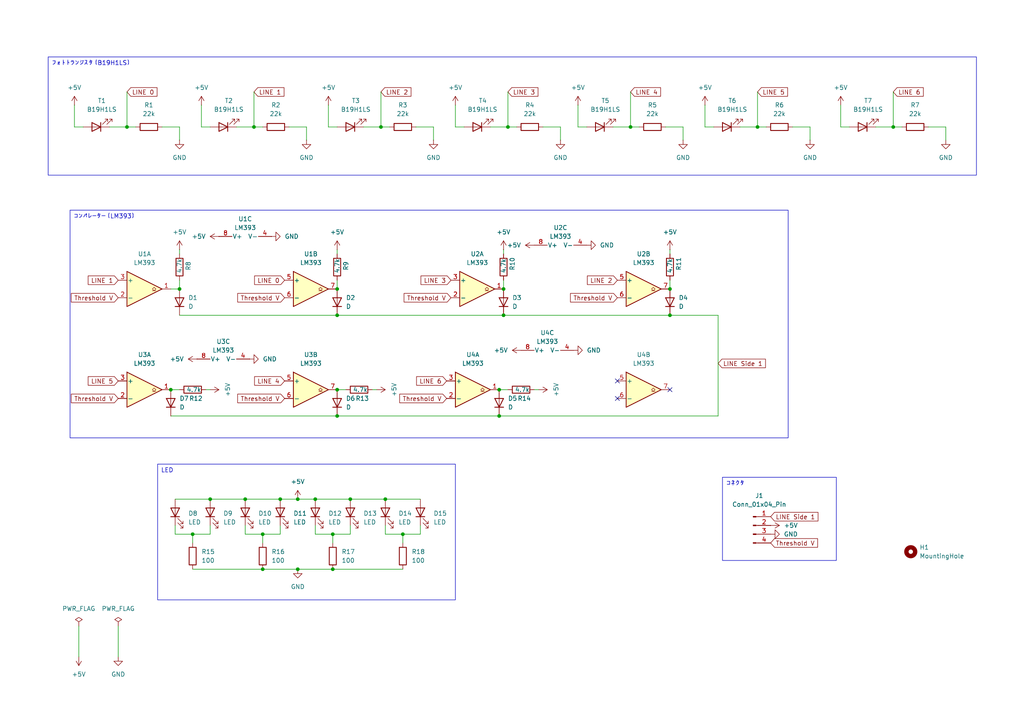
<source format=kicad_sch>
(kicad_sch (version 20250114) (generator "eeschema") (generator_version "9.0")
  (paper "A4")
  (lib_symbols
    (symbol "Comparator:LM393" (pin_names (offset 0.127))
      (property "Reference" "U" (at 3.81 3.81 0))
      (property "Value" "LM393" (at 6.35 -3.81 0))
      (symbol "LM393_1_1"
        (polyline (pts (xy -5.08 5.08) (xy 5.08 0) (xy -5.08 -5.08) (xy -5.08 5.08)) (stroke (width 0.254)) (fill (type background)))
        (polyline (pts (xy 3.302 -0.508) (xy 2.794 -0.508) (xy 3.302 0) (xy 2.794 0.508) (xy 2.286 0) (xy 2.794 -0.508) (xy 2.286 -0.508)) (stroke (width 0.127)))
        (pin input line (at -7.62 2.54 0) (length 2.54) (name "+") (number "3"))
        (pin input line (at -7.62 -2.54 0) (length 2.54) (name "-") (number "2"))
        (pin open_collector line (at 7.62 0 180) (length 2.54) (name "~") (number "1"))
      )
      (symbol "LM393_2_1"
        (polyline (pts (xy -5.08 5.08) (xy 5.08 0) (xy -5.08 -5.08) (xy -5.08 5.08)) (stroke (width 0.254)) (fill (type background)))
        (polyline (pts (xy 3.302 -0.508) (xy 2.794 -0.508) (xy 3.302 0) (xy 2.794 0.508) (xy 2.286 0) (xy 2.794 -0.508) (xy 2.286 -0.508)) (stroke (width 0.127)))
        (pin input line (at -7.62 2.54 0) (length 2.54) (name "+") (number "5"))
        (pin input line (at -7.62 -2.54 0) (length 2.54) (name "-") (number "6"))
        (pin open_collector line (at 7.62 0 180) (length 2.54) (name "~") (number "7"))
      )
      (symbol "LM393_3_1"
        (pin power_in line (at -2.54 7.62 270) (length 3.81) (name "V+") (number "8"))
        (pin power_in line (at -2.54 -7.62 90) (length 3.81) (name "V-") (number "4"))
      )
    )
    (symbol "Connector:Conn_01x04_Pin" (pin_names (offset 1.016) (hide yes))
      (property "Reference" "J" (at 0 5.08 0))
      (property "Value" "Conn_01x04_Pin" (at 0 -7.62 0))
      (symbol "Conn_01x04_Pin_1_1"
        (rectangle (start 0.8636 2.667) (end 0 2.413) (stroke (width 0.1524)) (fill (type outline)))
        (rectangle (start 0.8636 0.127) (end 0 -0.127) (stroke (width 0.1524)) (fill (type outline)))
        (rectangle (start 0.8636 -2.413) (end 0 -2.667) (stroke (width 0.1524)) (fill (type outline)))
        (rectangle (start 0.8636 -4.953) (end 0 -5.207) (stroke (width 0.1524)) (fill (type outline)))
        (polyline (pts (xy 1.27 2.54) (xy 0.8636 2.54)) (stroke (width 0.1524)))
        (polyline (pts (xy 1.27 0) (xy 0.8636 0)) (stroke (width 0.1524)))
        (polyline (pts (xy 1.27 -2.54) (xy 0.8636 -2.54)) (stroke (width 0.1524)))
        (polyline (pts (xy 1.27 -5.08) (xy 0.8636 -5.08)) (stroke (width 0.1524)))
        (pin passive line (at 5.08 2.54 180) (length 3.81) (name "Pin_1") (number "1"))
        (pin passive line (at 5.08 0 180) (length 3.81) (name "Pin_2") (number "2"))
        (pin passive line (at 5.08 -2.54 180) (length 3.81) (name "Pin_3") (number "3"))
        (pin passive line (at 5.08 -5.08 180) (length 3.81) (name "Pin_4") (number "4"))
      )
    )
    (symbol "Device:D" (pin_numbers (hide yes)) (pin_names (offset 1.016) (hide yes))
      (property "Reference" "D" (at 0 2.54 0))
      (property "Value" "D" (at 0 -2.54 0))
      (symbol "D_0_1"
        (polyline (pts (xy -1.27 1.27) (xy -1.27 -1.27)) (stroke (width 0.254)))
        (polyline (pts (xy 1.27 1.27) (xy 1.27 -1.27) (xy -1.27 0) (xy 1.27 1.27)) (stroke (width 0.254)))
        (polyline (pts (xy 1.27 0) (xy -1.27 0)))
      )
      (symbol "D_1_1"
        (pin passive line (at -3.81 0 0) (length 2.54) (name "K") (number "1"))
        (pin passive line (at 3.81 0 180) (length 2.54) (name "A") (number "2"))
      )
    )
    (symbol "Device:LED" (pin_numbers (hide yes)) (pin_names (offset 1.016) (hide yes))
      (property "Reference" "D" (at 0 2.54 0))
      (property "Value" "LED" (at 0 -2.54 0))
      (symbol "LED_0_1"
        (polyline (pts (xy -3.048 -0.762) (xy -4.572 -2.286) (xy -3.81 -2.286) (xy -4.572 -2.286) (xy -4.572 -1.524)))
        (polyline (pts (xy -1.778 -0.762) (xy -3.302 -2.286) (xy -2.54 -2.286) (xy -3.302 -2.286) (xy -3.302 -1.524)))
        (polyline (pts (xy -1.27 0) (xy 1.27 0)))
        (polyline (pts (xy -1.27 -1.27) (xy -1.27 1.27)) (stroke (width 0.254)))
        (polyline (pts (xy 1.27 -1.27) (xy 1.27 1.27) (xy -1.27 0) (xy 1.27 -1.27)) (stroke (width 0.254)))
      )
      (symbol "LED_1_1"
        (pin passive line (at -3.81 0 0) (length 2.54) (name "K") (number "1"))
        (pin passive line (at 3.81 0 180) (length 2.54) (name "A") (number "2"))
      )
    )
    (symbol "Device:R" (pin_numbers (hide yes)) (pin_names (offset 0))
      (property "Reference" "R" (at 2.032 0 90))
      (property "Value" "R" (at 0 0 90))
      (symbol "R_0_1"
        (rectangle (start -1.016 -2.54) (end 1.016 2.54) (stroke (width 0.254)))
      )
      (symbol "R_1_1"
        (pin passive line (at 0 3.81 270) (length 1.27) (name "~") (number "1"))
        (pin passive line (at 0 -3.81 90) (length 1.27) (name "~") (number "2"))
      )
    )
    (symbol "LED_1" (pin_numbers (hide yes)) (pin_names (offset 1.016) (hide yes))
      (property "Reference" "D" (at 0 2.54 0))
      (property "Value" "LED" (at 0 -2.54 0))
      (symbol "LED_1_0_1"
        (polyline (pts (xy -3.048 -0.762) (xy -4.572 -2.286) (xy -3.81 -2.286) (xy -4.572 -2.286) (xy -4.572 -1.524)))
        (polyline (pts (xy -1.778 -0.762) (xy -3.302 -2.286) (xy -2.54 -2.286) (xy -3.302 -2.286) (xy -3.302 -1.524)))
        (polyline (pts (xy -1.27 0) (xy 1.27 0)))
        (polyline (pts (xy -1.27 -1.27) (xy -1.27 1.27)) (stroke (width 0.254)))
        (polyline (pts (xy 1.27 -1.27) (xy 1.27 1.27) (xy -1.27 0) (xy 1.27 -1.27)) (stroke (width 0.254)))
      )
      (symbol "LED_1_1_1"
        (pin passive line (at -3.81 0 0) (length 2.54) (name "K") (number "1"))
        (pin passive line (at 3.81 0 180) (length 2.54) (name "A") (number "2"))
      )
    )
    (symbol "Mechanical:MountingHole" (pin_names (offset 1.016)) (exclude_from_sim yes) (in_bom no)
      (property "Reference" "H" (at 0 5.08 0))
      (property "Value" "MountingHole" (at 0 3.175 0))
      (symbol "MountingHole_0_1"
        (circle (center 0 0) (radius 1.27) (stroke (width 1.27)))
      )
    )
    (symbol "power:+5V" (power) (pin_numbers (hide yes)) (pin_names (offset 0) (hide yes))
      (property "Value" "+5V" (at 0 3.556 0))
      (symbol "+5V_0_1"
        (polyline (pts (xy -0.762 1.27) (xy 0 2.54)))
        (polyline (pts (xy 0 2.54) (xy 0.762 1.27)))
        (polyline (pts (xy 0 0) (xy 0 2.54)))
      )
      (symbol "+5V_1_1"
        (pin power_in line (at 0 0 90) (length 0) (name "~") (number "1"))
      )
    )
    (symbol "power:GND" (power) (pin_numbers (hide yes)) (pin_names (offset 0) (hide yes))
      (property "Value" "GND" (at 0 -3.81 0))
      (symbol "GND_0_1"
        (polyline (pts (xy 0 0) (xy 0 -1.27) (xy 1.27 -1.27) (xy 0 -2.54) (xy -1.27 -1.27) (xy 0 -1.27)))
      )
      (symbol "GND_1_1"
        (pin power_in line (at 0 0 270) (length 0) (name "~") (number "1"))
      )
    )
    (symbol "power:PWR_FLAG" (power) (pin_numbers (hide yes)) (pin_names (offset 0) (hide yes))
      (property "Value" "PWR_FLAG" (at 0 3.81 0))
      (symbol "PWR_FLAG_0_0"
        (pin power_out line (at 0 0 90) (length 0) (name "~") (number "1"))
      )
      (symbol "PWR_FLAG_0_1"
        (polyline (pts (xy 0 0) (xy 0 1.27) (xy -1.016 1.905) (xy 0 2.54) (xy 1.016 1.905) (xy 0 1.27)))
      )
    )
  )
  (text_box "コンパレーター（LM393）" (at 20.32 60.96 0) (size 208.28 66.04) (margins 0.9525 0.9525 0.9525 0.9525) (effects (font (size 1.27 1.27)) (justify left top)))
  (text_box "コネクタ" (at 209.55 138.43 0) (size 33.02 24.13) (margins 0.9525 0.9525 0.9525 0.9525) (effects (font (size 1.27 1.27)) (justify left top)))
  (text_box "LED" (at 45.72 134.62 0) (size 86.36 39.37) (margins 0.9525 0.9525 0.9525 0.9525) (effects (font (size 1.27 1.27)) (justify left top)))
  (text_box "フォトトランジスタ（B19H1LS）" (at 13.97 16.51 0) (size 269.24 34.29) (margins 0.9525 0.9525 0.9525 0.9525) (effects (font (size 1.27 1.27)) (justify left top)))
  (junction (at 194.31 83.82))
  (junction (at 259.08 36.83))
  (junction (at 55.88 154.94))
  (junction (at 96.52 154.94))
  (junction (at 91.44 144.78))
  (junction (at 146.05 83.82))
  (junction (at 97.79 91.44))
  (junction (at 73.66 36.83))
  (junction (at 86.36 144.78))
  (junction (at 81.28 144.78))
  (junction (at 219.71 36.83))
  (junction (at 97.79 120.65))
  (junction (at 116.84 154.94))
  (junction (at 86.36 165.1))
  (junction (at 97.79 83.82))
  (junction (at 146.05 91.44))
  (junction (at 52.07 83.82))
  (junction (at 60.96 144.78))
  (junction (at 76.2 165.1))
  (junction (at 36.83 36.83))
  (junction (at 147.32 36.83))
  (junction (at 144.78 120.65))
  (junction (at 111.76 144.78))
  (junction (at 110.49 36.83))
  (junction (at 101.6 144.78))
  (junction (at 194.31 91.44))
  (junction (at 49.53 113.03))
  (junction (at 76.2 154.94))
  (junction (at 97.79 113.03))
  (junction (at 96.52 165.1))
  (junction (at 71.12 144.78))
  (junction (at 144.78 113.03))
  (junction (at 182.88 36.83))
  (no_connect (at 179.07 110.49))
  (no_connect (at 179.07 115.57))
  (no_connect (at 194.31 113.03))
  (wire (pts (xy 91.44 152.4) (xy 91.44 154.94)))
  (wire (pts (xy 55.88 165.1) (xy 76.2 165.1)))
  (wire (pts (xy 198.12 36.83) (xy 198.12 40.64)))
  (wire (pts (xy 21.59 30.48) (xy 21.59 36.83)))
  (wire (pts (xy 55.88 154.94) (xy 55.88 157.48)))
  (wire (pts (xy 46.99 36.83) (xy 52.07 36.83)))
  (wire (pts (xy 105.41 36.83) (xy 110.49 36.83)))
  (wire (pts (xy 162.56 36.83) (xy 162.56 40.64)))
  (wire (pts (xy 234.95 36.83) (xy 234.95 40.64)))
  (wire (pts (xy 193.04 36.83) (xy 198.12 36.83)))
  (wire (pts (xy 76.2 154.94) (xy 81.28 154.94)))
  (wire (pts (xy 49.53 83.82) (xy 52.07 83.82)))
  (wire (pts (xy 96.52 154.94) (xy 101.6 154.94)))
  (wire (pts (xy 83.82 36.83) (xy 88.9 36.83)))
  (wire (pts (xy 97.79 91.44) (xy 146.05 91.44)))
  (wire (pts (xy 219.71 36.83) (xy 222.25 36.83)))
  (wire (pts (xy 34.29 181.61) (xy 34.29 190.5)))
  (wire (pts (xy 132.08 36.83) (xy 134.62 36.83)))
  (wire (pts (xy 109.22 113.03) (xy 107.95 113.03)))
  (wire (pts (xy 58.42 36.83) (xy 60.96 36.83)))
  (wire (pts (xy 125.73 36.83) (xy 125.73 40.64)))
  (wire (pts (xy 22.86 181.61) (xy 22.86 190.5)))
  (wire (pts (xy 97.79 72.39) (xy 97.79 73.66)))
  (wire (pts (xy 146.05 81.28) (xy 146.05 83.82)))
  (wire (pts (xy 111.76 154.94) (xy 116.84 154.94)))
  (wire (pts (xy 88.9 36.83) (xy 88.9 40.64)))
  (wire (pts (xy 147.32 26.67) (xy 147.32 36.83)))
  (wire (pts (xy 167.64 36.83) (xy 170.18 36.83)))
  (wire (pts (xy 81.28 154.94) (xy 81.28 152.4)))
  (wire (pts (xy 76.2 165.1) (xy 86.36 165.1)))
  (wire (pts (xy 71.12 154.94) (xy 76.2 154.94)))
  (wire (pts (xy 254 36.83) (xy 259.08 36.83)))
  (wire (pts (xy 86.36 165.1) (xy 96.52 165.1)))
  (wire (pts (xy 167.64 30.48) (xy 167.64 36.83)))
  (wire (pts (xy 60.96 113.03) (xy 59.69 113.03)))
  (wire (pts (xy 243.84 30.48) (xy 243.84 36.83)))
  (wire (pts (xy 97.79 120.65) (xy 144.78 120.65)))
  (wire (pts (xy 36.83 36.83) (xy 39.37 36.83)))
  (wire (pts (xy 121.92 154.94) (xy 121.92 152.4)))
  (wire (pts (xy 101.6 144.78) (xy 111.76 144.78)))
  (wire (pts (xy 144.78 113.03) (xy 147.32 113.03)))
  (wire (pts (xy 81.28 144.78) (xy 86.36 144.78)))
  (wire (pts (xy 116.84 154.94) (xy 116.84 157.48)))
  (wire (pts (xy 120.65 36.83) (xy 125.73 36.83)))
  (wire (pts (xy 52.07 91.44) (xy 97.79 91.44)))
  (wire (pts (xy 73.66 36.83) (xy 76.2 36.83)))
  (wire (pts (xy 110.49 26.67) (xy 110.49 36.83)))
  (wire (pts (xy 208.28 91.44) (xy 208.28 120.65)))
  (wire (pts (xy 177.8 36.83) (xy 182.88 36.83)))
  (wire (pts (xy 204.47 30.48) (xy 204.47 36.83)))
  (wire (pts (xy 50.8 154.94) (xy 55.88 154.94)))
  (wire (pts (xy 21.59 36.83) (xy 24.13 36.83)))
  (wire (pts (xy 194.31 72.39) (xy 194.31 73.66)))
  (wire (pts (xy 110.49 36.83) (xy 113.03 36.83)))
  (wire (pts (xy 182.88 26.67) (xy 182.88 36.83)))
  (wire (pts (xy 95.25 30.48) (xy 95.25 36.83)))
  (wire (pts (xy 146.05 72.39) (xy 146.05 73.66)))
  (wire (pts (xy 111.76 152.4) (xy 111.76 154.94)))
  (wire (pts (xy 229.87 36.83) (xy 234.95 36.83)))
  (wire (pts (xy 259.08 26.67) (xy 259.08 36.83)))
  (wire (pts (xy 259.08 36.83) (xy 261.62 36.83)))
  (wire (pts (xy 157.48 36.83) (xy 162.56 36.83)))
  (wire (pts (xy 71.12 144.78) (xy 81.28 144.78)))
  (wire (pts (xy 144.78 120.65) (xy 208.28 120.65)))
  (wire (pts (xy 182.88 36.83) (xy 185.42 36.83)))
  (wire (pts (xy 194.31 83.82) (xy 194.31 81.28)))
  (wire (pts (xy 55.88 154.94) (xy 60.96 154.94)))
  (wire (pts (xy 243.84 36.83) (xy 246.38 36.83)))
  (wire (pts (xy 147.32 36.83) (xy 149.86 36.83)))
  (wire (pts (xy 96.52 154.94) (xy 96.52 157.48)))
  (wire (pts (xy 214.63 36.83) (xy 219.71 36.83)))
  (wire (pts (xy 50.8 152.4) (xy 50.8 154.94)))
  (wire (pts (xy 49.53 113.03) (xy 52.07 113.03)))
  (wire (pts (xy 95.25 36.83) (xy 97.79 36.83)))
  (wire (pts (xy 219.71 26.67) (xy 219.71 36.83)))
  (wire (pts (xy 86.36 144.78) (xy 91.44 144.78)))
  (wire (pts (xy 68.58 36.83) (xy 73.66 36.83)))
  (wire (pts (xy 60.96 154.94) (xy 60.96 152.4)))
  (wire (pts (xy 96.52 165.1) (xy 116.84 165.1)))
  (wire (pts (xy 31.75 36.83) (xy 36.83 36.83)))
  (wire (pts (xy 52.07 36.83) (xy 52.07 40.64)))
  (wire (pts (xy 194.31 91.44) (xy 208.28 91.44)))
  (wire (pts (xy 156.21 113.03) (xy 154.94 113.03)))
  (wire (pts (xy 97.79 113.03) (xy 100.33 113.03)))
  (wire (pts (xy 52.07 83.82) (xy 52.07 81.28)))
  (wire (pts (xy 76.2 154.94) (xy 76.2 157.48)))
  (wire (pts (xy 116.84 154.94) (xy 121.92 154.94)))
  (wire (pts (xy 146.05 91.44) (xy 194.31 91.44)))
  (wire (pts (xy 58.42 30.48) (xy 58.42 36.83)))
  (wire (pts (xy 52.07 72.39) (xy 52.07 73.66)))
  (wire (pts (xy 71.12 152.4) (xy 71.12 154.94)))
  (wire (pts (xy 73.66 26.67) (xy 73.66 36.83)))
  (wire (pts (xy 142.24 36.83) (xy 147.32 36.83)))
  (wire (pts (xy 101.6 154.94) (xy 101.6 152.4)))
  (wire (pts (xy 60.96 144.78) (xy 71.12 144.78)))
  (wire (pts (xy 269.24 36.83) (xy 274.32 36.83)))
  (wire (pts (xy 204.47 36.83) (xy 207.01 36.83)))
  (wire (pts (xy 91.44 144.78) (xy 101.6 144.78)))
  (wire (pts (xy 36.83 26.67) (xy 36.83 36.83)))
  (wire (pts (xy 49.53 120.65) (xy 97.79 120.65)))
  (wire (pts (xy 97.79 83.82) (xy 97.79 81.28)))
  (wire (pts (xy 111.76 144.78) (xy 121.92 144.78)))
  (wire (pts (xy 91.44 154.94) (xy 96.52 154.94)))
  (wire (pts (xy 274.32 36.83) (xy 274.32 40.64)))
  (wire (pts (xy 132.08 30.48) (xy 132.08 36.83)))
  (wire (pts (xy 50.8 144.78) (xy 60.96 144.78)))
  (global_label "LINE 5" (shape input) (at 219.71 26.67 0) (property "Intersheetrefs" "${INTERSHEET_REFS}" (effects (hide yes))))
  (global_label "Threshold V" (shape input) (at 130.81 86.36 180) (property "Intersheetrefs" "${INTERSHEET_REFS}" (effects (hide yes))))
  (global_label "LINE 0" (shape input) (at 36.83 26.67 0) (property "Intersheetrefs" "${INTERSHEET_REFS}" (effects (hide yes))))
  (global_label "LINE 6" (shape input) (at 259.08 26.67 0) (property "Intersheetrefs" "${INTERSHEET_REFS}" (effects (hide yes))))
  (global_label "Threshold V" (shape input) (at 82.55 115.57 180) (property "Intersheetrefs" "${INTERSHEET_REFS}" (effects (hide yes))))
  (global_label "LINE 4" (shape input) (at 82.55 110.49 180) (property "Intersheetrefs" "${INTERSHEET_REFS}" (effects (hide yes))))
  (global_label "LINE 3" (shape input) (at 147.32 26.67 0) (property "Intersheetrefs" "${INTERSHEET_REFS}" (effects (hide yes))))
  (global_label "Threshold V" (shape input) (at 129.54 115.57 180) (property "Intersheetrefs" "${INTERSHEET_REFS}" (effects (hide yes))))
  (global_label "LINE 1" (shape input) (at 34.29 81.28 180) (property "Intersheetrefs" "${INTERSHEET_REFS}" (effects (hide yes))))
  (global_label "LINE 1" (shape input) (at 73.66 26.67 0) (property "Intersheetrefs" "${INTERSHEET_REFS}" (effects (hide yes))))
  (global_label "LINE Side 1" (shape input) (at 208.28 105.41 0) (property "Intersheetrefs" "${INTERSHEET_REFS}" (effects (hide yes))))
  (global_label "LINE 4" (shape input) (at 182.88 26.67 0) (property "Intersheetrefs" "${INTERSHEET_REFS}" (effects (hide yes))))
  (global_label "LINE 5" (shape input) (at 34.29 110.49 180) (property "Intersheetrefs" "${INTERSHEET_REFS}" (effects (hide yes))))
  (global_label "Threshold V" (shape input) (at 82.55 86.36 180) (property "Intersheetrefs" "${INTERSHEET_REFS}" (effects (hide yes))))
  (global_label "LINE 2" (shape input) (at 110.49 26.67 0) (property "Intersheetrefs" "${INTERSHEET_REFS}" (effects (hide yes))))
  (global_label "LINE 3" (shape input) (at 130.81 81.28 180) (property "Intersheetrefs" "${INTERSHEET_REFS}" (effects (hide yes))))
  (global_label "Threshold V" (shape input) (at 223.52 157.48 0) (property "Intersheetrefs" "${INTERSHEET_REFS}" (effects (hide yes))))
  (global_label "LINE 6" (shape input) (at 129.54 110.49 180) (property "Intersheetrefs" "${INTERSHEET_REFS}" (effects (hide yes))))
  (global_label "Threshold V" (shape input) (at 34.29 115.57 180) (property "Intersheetrefs" "${INTERSHEET_REFS}" (effects (hide yes))))
  (global_label "LINE 2" (shape input) (at 179.07 81.28 180) (property "Intersheetrefs" "${INTERSHEET_REFS}" (effects (hide yes))))
  (global_label "Threshold V" (shape input) (at 34.29 86.36 180) (property "Intersheetrefs" "${INTERSHEET_REFS}" (effects (hide yes))))
  (global_label "Threshold V" (shape input) (at 179.07 86.36 180) (property "Intersheetrefs" "${INTERSHEET_REFS}" (effects (hide yes))))
  (global_label "LINE Side 1" (shape input) (at 223.52 149.86 0) (property "Intersheetrefs" "${INTERSHEET_REFS}" (effects (hide yes))))
  (global_label "LINE 0" (shape input) (at 82.55 81.28 180) (property "Intersheetrefs" "${INTERSHEET_REFS}" (effects (hide yes))))
  (symbol (lib_id "Device:LED") (at 250.19 36.83 180) (unit 1)
    (property "Reference" "T7" (at 251.7775 29.21 0))
    (property "Value" "B19H1LS" (at 251.7775 31.75 0))
    (property "Footprint" "LED_SMD:LED_0603_1608Metric" (effects (hide yes)))
    (property "Description" "Light emitting diode" (effects (hide yes)))
  )
  (symbol (lib_id "Device:R") (at 55.88 161.29 0) (unit 1)
    (property "Reference" "R15" (at 58.42 160.0199 0) (effects (justify left)))
    (property "Value" "100" (at 58.42 162.5599 0) (effects (justify left)))
    (property "Footprint" "Resistor_SMD:R_0603_1608Metric" (effects (hide yes)))
    (property "Description" "Resistor" (effects (hide yes)))
  )
  (symbol (lib_id "Mechanical:MountingHole") (at 264.16 160.02 0) (unit 1) (exclude_from_sim yes) (in_bom no)
    (property "Reference" "H1" (at 266.7 158.7499 0) (effects (justify left)))
    (property "Value" "MountingHole" (at 266.7 161.2899 0) (effects (justify left)))
    (property "Footprint" "MountingHole:MountingHole_3.2mm_M3" (effects (hide yes)))
    (property "Description" "Mounting Hole without connection" (effects (hide yes)))
  )
  (symbol (lib_id "power:+5V") (at 60.96 113.03 270) (unit 1)
    (property "Reference" "#PWR097" (effects (hide yes)))
    (property "Value" "+5V" (at 66.04 113.03 0))
    (property "Description" "Power symbol creates a global label with name \"+5V\"" (effects (hide yes)))
  )
  (symbol (lib_id "Device:R") (at 76.2 161.29 0) (unit 1)
    (property "Reference" "R16" (at 78.74 160.0199 0) (effects (justify left)))
    (property "Value" "100" (at 78.74 162.5599 0) (effects (justify left)))
    (property "Footprint" "Resistor_SMD:R_0603_1608Metric" (effects (hide yes)))
    (property "Description" "Resistor" (effects (hide yes)))
  )
  (symbol (lib_id "Comparator:LM393") (at 41.91 83.82 0) (unit 1)
    (property "Reference" "U1" (at 41.91 73.66 0))
    (property "Value" "LM393" (at 41.91 76.2 0))
    (property "Footprint" "LM393BIDR:D0008A-IPC_A" (effects (hide yes)))
    (property "Datasheet" "http://www.ti.com/lit/ds/symlink/lm393.pdf" (effects (hide yes)))
    (property "Description" "Low-Power, Low-Offset Voltage, Dual Comparators, DIP-8/SOIC-8/TO-99-8" (effects (hide yes)))
  )
  (symbol (lib_id "Comparator:LM393") (at 90.17 83.82 0) (unit 2)
    (property "Reference" "U1" (at 90.17 73.66 0))
    (property "Value" "LM393" (at 90.17 76.2 0))
    (property "Footprint" "LM393BIDR:D0008A-IPC_A" (effects (hide yes)))
    (property "Datasheet" "http://www.ti.com/lit/ds/symlink/lm393.pdf" (effects (hide yes)))
    (property "Description" "Low-Power, Low-Offset Voltage, Dual Comparators, DIP-8/SOIC-8/TO-99-8" (effects (hide yes)))
  )
  (symbol (lib_id "power:GND") (at 274.32 40.64 0) (unit 1)
    (property "Reference" "#PWR040" (effects (hide yes)))
    (property "Value" "GND" (at 274.32 45.72 0))
    (property "Description" "Power symbol creates a global label with name \"GND\" , ground" (effects (hide yes)))
  )
  (symbol (lib_id "Device:R") (at 151.13 113.03 270) (unit 1)
    (property "Reference" "R14" (at 150.114 115.57 90) (effects (justify left)))
    (property "Value" "4.7k" (at 149.352 113.03 90) (effects (justify left)))
    (property "Footprint" "Resistor_SMD:R_0603_1608Metric" (effects (hide yes)))
    (property "Description" "Resistor" (effects (hide yes)))
  )
  (symbol (lib_id "power:+5V") (at 22.86 190.5 180) (unit 1)
    (property "Reference" "#PWR03" (effects (hide yes)))
    (property "Value" "+5V" (at 22.86 195.58 0))
    (property "Description" "Power symbol creates a global label with name \"+5V\"" (effects (hide yes)))
  )
  (symbol (lib_id "power:+5V") (at 167.64 30.48 0) (unit 1)
    (property "Reference" "#PWR035" (effects (hide yes)))
    (property "Value" "+5V" (at 167.64 25.4 0))
    (property "Description" "Power symbol creates a global label with name \"+5V\"" (effects (hide yes)))
  )
  (symbol (lib_id "Comparator:LM393") (at 71.12 66.04 90) (unit 3)
    (property "Reference" "U1" (at 71.12 63.5 90))
    (property "Value" "LM393" (at 71.12 66.04 90))
    (property "Footprint" "LM393BIDR:D0008A-IPC_A" (effects (hide yes)))
    (property "Datasheet" "http://www.ti.com/lit/ds/symlink/lm393.pdf" (effects (hide yes)))
    (property "Description" "Low-Power, Low-Offset Voltage, Dual Comparators, DIP-8/SOIC-8/TO-99-8" (effects (hide yes)))
  )
  (symbol (lib_name "LED_1") (lib_id "Device:LED") (at 71.12 148.59 90) (unit 1)
    (property "Reference" "D10" (at 74.93 148.9074 90) (effects (justify right)))
    (property "Value" "LED" (at 74.93 151.4474 90) (effects (justify right)))
    (property "Footprint" "LED_SMD:LED_0603_1608Metric" (effects (hide yes)))
    (property "Description" "Light emitting diode" (effects (hide yes)))
    (property "Sim.Pins" "1=K 2=A" (effects (hide yes)))
  )
  (symbol (lib_id "Comparator:LM393") (at 41.91 113.03 0) (unit 1)
    (property "Reference" "U3" (at 41.91 102.87 0))
    (property "Value" "LM393" (at 41.91 105.41 0))
    (property "Footprint" "LM393BIDR:D0008A-IPC_A" (effects (hide yes)))
    (property "Datasheet" "http://www.ti.com/lit/ds/symlink/lm393.pdf" (effects (hide yes)))
    (property "Description" "Low-Power, Low-Offset Voltage, Dual Comparators, DIP-8/SOIC-8/TO-99-8" (effects (hide yes)))
  )
  (symbol (lib_id "Device:R") (at 96.52 161.29 0) (unit 1)
    (property "Reference" "R17" (at 99.06 160.0199 0) (effects (justify left)))
    (property "Value" "100" (at 99.06 162.5599 0) (effects (justify left)))
    (property "Footprint" "Resistor_SMD:R_0603_1608Metric" (effects (hide yes)))
    (property "Description" "Resistor" (effects (hide yes)))
  )
  (symbol (lib_id "Device:LED") (at 138.43 36.83 180) (unit 1)
    (property "Reference" "T4" (at 140.0175 29.21 0))
    (property "Value" "B19H1LS" (at 139.954 31.75 0))
    (property "Footprint" "LED_SMD:LED_0603_1608Metric" (effects (hide yes)))
    (property "Description" "Light emitting diode" (effects (hide yes)))
  )
  (symbol (lib_id "power:+5V") (at 243.84 30.48 0) (unit 1)
    (property "Reference" "#PWR039" (effects (hide yes)))
    (property "Value" "+5V" (at 243.84 25.4 0))
    (property "Description" "Power symbol creates a global label with name \"+5V\"" (effects (hide yes)))
  )
  (symbol (lib_id "Device:R") (at 97.79 77.47 0) (unit 1)
    (property "Reference" "R9" (at 100.33 78.486 90) (effects (justify left)))
    (property "Value" "4.7k" (at 97.79 79.248 90) (effects (justify left)))
    (property "Footprint" "Resistor_SMD:R_0603_1608Metric" (effects (hide yes)))
    (property "Description" "Resistor" (effects (hide yes)))
  )
  (symbol (lib_id "Device:R") (at 43.18 36.83 90) (unit 1)
    (property "Reference" "R1" (at 43.18 30.48 90))
    (property "Value" "22k" (at 43.18 33.02 90))
    (property "Footprint" "Resistor_SMD:R_0603_1608Metric" (effects (hide yes)))
    (property "Description" "Resistor" (effects (hide yes)))
  )
  (symbol (lib_name "LED_1") (lib_id "Device:LED") (at 111.76 148.59 90) (unit 1)
    (property "Reference" "D14" (at 115.57 148.9074 90) (effects (justify right)))
    (property "Value" "LED" (at 115.57 151.4474 90) (effects (justify right)))
    (property "Footprint" "LED_SMD:LED_0603_1608Metric" (effects (hide yes)))
    (property "Description" "Light emitting diode" (effects (hide yes)))
    (property "Sim.Pins" "1=K 2=A" (effects (hide yes)))
  )
  (symbol (lib_id "power:+5V") (at 109.22 113.03 270) (unit 1)
    (property "Reference" "#PWR098" (effects (hide yes)))
    (property "Value" "+5V" (at 114.3 113.03 0))
    (property "Description" "Power symbol creates a global label with name \"+5V\"" (effects (hide yes)))
  )
  (symbol (lib_id "Device:LED") (at 64.77 36.83 180) (unit 1)
    (property "Reference" "T2" (at 66.3575 29.21 0))
    (property "Value" "B19H1LS" (at 66.3575 31.75 0))
    (property "Footprint" "LED_SMD:LED_0603_1608Metric" (effects (hide yes)))
    (property "Description" "Light emitting diode" (effects (hide yes)))
  )
  (symbol (lib_name "LED_1") (lib_id "Device:LED") (at 81.28 148.59 90) (unit 1)
    (property "Reference" "D11" (at 85.09 148.9074 90) (effects (justify right)))
    (property "Value" "LED" (at 85.09 151.4474 90) (effects (justify right)))
    (property "Footprint" "LED_SMD:LED_0603_1608Metric" (effects (hide yes)))
    (property "Description" "Light emitting diode" (effects (hide yes)))
    (property "Sim.Pins" "1=K 2=A" (effects (hide yes)))
  )
  (symbol (lib_name "LED_1") (lib_id "Device:LED") (at 50.8 148.59 90) (unit 1)
    (property "Reference" "D8" (at 54.61 148.9074 90) (effects (justify right)))
    (property "Value" "LED" (at 54.61 151.4474 90) (effects (justify right)))
    (property "Footprint" "LED_SMD:LED_0603_1608Metric" (effects (hide yes)))
    (property "Description" "Light emitting diode" (effects (hide yes)))
    (property "Sim.Pins" "1=K 2=A" (effects (hide yes)))
  )
  (symbol (lib_id "Device:R") (at 146.05 77.47 0) (unit 1)
    (property "Reference" "R10" (at 148.59 78.486 90) (effects (justify left)))
    (property "Value" "4.7k" (at 146.05 79.248 90) (effects (justify left)))
    (property "Footprint" "Resistor_SMD:R_0603_1608Metric" (effects (hide yes)))
    (property "Description" "Resistor" (effects (hide yes)))
  )
  (symbol (lib_id "power:GND") (at 198.12 40.64 0) (unit 1)
    (property "Reference" "#PWR036" (effects (hide yes)))
    (property "Value" "GND" (at 198.12 45.72 0))
    (property "Description" "Power symbol creates a global label with name \"GND\" , ground" (effects (hide yes)))
  )
  (symbol (lib_id "power:+5V") (at 194.31 72.39 0) (unit 1)
    (property "Reference" "#PWR096" (effects (hide yes)))
    (property "Value" "+5V" (at 194.31 67.31 0))
    (property "Description" "Power symbol creates a global label with name \"+5V\"" (effects (hide yes)))
  )
  (symbol (lib_id "power:+5V") (at 52.07 72.39 0) (unit 1)
    (property "Reference" "#PWR093" (effects (hide yes)))
    (property "Value" "+5V" (at 52.07 67.31 0))
    (property "Description" "Power symbol creates a global label with name \"+5V\"" (effects (hide yes)))
  )
  (symbol (lib_id "power:GND") (at 78.74 68.58 90) (unit 1)
    (property "Reference" "#PWR02" (effects (hide yes)))
    (property "Value" "GND" (at 82.55 68.5799 90) (effects (justify right)))
    (property "Description" "Power symbol creates a global label with name \"GND\" , ground" (effects (hide yes)))
  )
  (symbol (lib_id "power:GND") (at 86.36 165.1 0) (unit 1)
    (property "Reference" "#PWR014" (effects (hide yes)))
    (property "Value" "GND" (at 86.36 170.18 0))
    (property "Description" "Power symbol creates a global label with name \"GND\" , ground" (effects (hide yes)))
  )
  (symbol (lib_id "Device:D") (at 52.07 87.63 90) (unit 1)
    (property "Reference" "D1" (at 54.61 86.3599 90) (effects (justify right)))
    (property "Value" "D" (at 54.61 88.8999 90) (effects (justify right)))
    (property "Footprint" "Diode_SMD:D_SOD-123" (effects (hide yes)))
    (property "Description" "Diode" (effects (hide yes)))
    (property "Sim.Device" "D" (effects (hide yes)))
    (property "Sim.Pins" "1=K 2=A" (effects (hide yes)))
  )
  (symbol (lib_id "power:+5V") (at 86.36 144.78 0) (unit 1)
    (property "Reference" "#PWR013" (effects (hide yes)))
    (property "Value" "+5V" (at 86.36 139.7 0))
    (property "Description" "Power symbol creates a global label with name \"+5V\"" (effects (hide yes)))
  )
  (symbol (lib_id "power:GND") (at 162.56 40.64 0) (unit 1)
    (property "Reference" "#PWR034" (effects (hide yes)))
    (property "Value" "GND" (at 162.56 45.72 0))
    (property "Description" "Power symbol creates a global label with name \"GND\" , ground" (effects (hide yes)))
  )
  (symbol (lib_id "power:GND") (at 125.73 40.64 0) (unit 1)
    (property "Reference" "#PWR032" (effects (hide yes)))
    (property "Value" "GND" (at 125.73 45.72 0))
    (property "Description" "Power symbol creates a global label with name \"GND\" , ground" (effects (hide yes)))
  )
  (symbol (lib_id "power:+5V") (at 97.79 72.39 0) (unit 1)
    (property "Reference" "#PWR094" (effects (hide yes)))
    (property "Value" "+5V" (at 97.79 67.31 0))
    (property "Description" "Power symbol creates a global label with name \"+5V\"" (effects (hide yes)))
  )
  (symbol (lib_id "power:PWR_FLAG") (at 22.86 181.61 0) (unit 1)
    (property "Reference" "#FLG01" (effects (hide yes)))
    (property "Value" "PWR_FLAG" (at 22.86 176.53 0))
    (property "Description" "Special symbol for telling ERC where power comes from" (effects (hide yes)))
  )
  (symbol (lib_id "power:GND") (at 52.07 40.64 0) (unit 1)
    (property "Reference" "#PWR07" (effects (hide yes)))
    (property "Value" "GND" (at 52.07 45.72 0))
    (property "Description" "Power symbol creates a global label with name \"GND\" , ground" (effects (hide yes)))
  )
  (symbol (lib_id "Device:R") (at 104.14 113.03 270) (unit 1)
    (property "Reference" "R13" (at 103.124 115.57 90) (effects (justify left)))
    (property "Value" "4.7k" (at 102.362 113.03 90) (effects (justify left)))
    (property "Footprint" "Resistor_SMD:R_0603_1608Metric" (effects (hide yes)))
    (property "Description" "Resistor" (effects (hide yes)))
  )
  (symbol (lib_id "power:+5V") (at 95.25 30.48 0) (unit 1)
    (property "Reference" "#PWR031" (effects (hide yes)))
    (property "Value" "+5V" (at 95.25 25.4 0))
    (property "Description" "Power symbol creates a global label with name \"+5V\"" (effects (hide yes)))
  )
  (symbol (lib_id "power:+5V") (at 58.42 30.48 0) (unit 1)
    (property "Reference" "#PWR029" (effects (hide yes)))
    (property "Value" "+5V" (at 58.42 25.4 0))
    (property "Description" "Power symbol creates a global label with name \"+5V\"" (effects (hide yes)))
  )
  (symbol (lib_id "Device:LED") (at 173.99 36.83 180) (unit 1)
    (property "Reference" "T5" (at 175.5775 29.21 0))
    (property "Value" "B19H1LS" (at 175.5775 31.75 0))
    (property "Footprint" "LED_SMD:LED_0603_1608Metric" (effects (hide yes)))
    (property "Description" "Light emitting diode" (effects (hide yes)))
  )
  (symbol (lib_id "power:GND") (at 88.9 40.64 0) (unit 1)
    (property "Reference" "#PWR030" (effects (hide yes)))
    (property "Value" "GND" (at 88.9 45.72 0))
    (property "Description" "Power symbol creates a global label with name \"GND\" , ground" (effects (hide yes)))
  )
  (symbol (lib_id "Comparator:LM393") (at 186.69 83.82 0) (unit 2)
    (property "Reference" "U2" (at 186.69 73.66 0))
    (property "Value" "LM393" (at 186.69 76.2 0))
    (property "Footprint" "LM393BIDR:D0008A-IPC_A" (effects (hide yes)))
    (property "Datasheet" "http://www.ti.com/lit/ds/symlink/lm393.pdf" (effects (hide yes)))
    (property "Description" "Low-Power, Low-Offset Voltage, Dual Comparators, DIP-8/SOIC-8/TO-99-8" (effects (hide yes)))
  )
  (symbol (lib_id "power:+5V") (at 21.59 30.48 0) (unit 1)
    (property "Reference" "#PWR06" (effects (hide yes)))
    (property "Value" "+5V" (at 21.59 25.4 0))
    (property "Description" "Power symbol creates a global label with name \"+5V\"" (effects (hide yes)))
  )
  (symbol (lib_name "LED_1") (lib_id "Device:LED") (at 91.44 148.59 90) (unit 1)
    (property "Reference" "D12" (at 95.25 148.9074 90) (effects (justify right)))
    (property "Value" "LED" (at 95.25 151.4474 90) (effects (justify right)))
    (property "Footprint" "LED_SMD:LED_0603_1608Metric" (effects (hide yes)))
    (property "Description" "Light emitting diode" (effects (hide yes)))
    (property "Sim.Pins" "1=K 2=A" (effects (hide yes)))
  )
  (symbol (lib_id "Comparator:LM393") (at 186.69 113.03 0) (unit 2)
    (property "Reference" "U4" (at 186.69 102.87 0))
    (property "Value" "LM393" (at 186.69 105.41 0))
    (property "Footprint" "LM393BIDR:D0008A-IPC_A" (effects (hide yes)))
    (property "Datasheet" "http://www.ti.com/lit/ds/symlink/lm393.pdf" (effects (hide yes)))
    (property "Description" "Low-Power, Low-Offset Voltage, Dual Comparators, DIP-8/SOIC-8/TO-99-8" (effects (hide yes)))
  )
  (symbol (lib_id "Device:R") (at 116.84 36.83 90) (unit 1)
    (property "Reference" "R3" (at 116.84 30.48 90))
    (property "Value" "22k" (at 116.84 33.02 90))
    (property "Footprint" "Resistor_SMD:R_0603_1608Metric" (effects (hide yes)))
    (property "Description" "Resistor" (effects (hide yes)))
  )
  (symbol (lib_id "Device:D") (at 49.53 116.84 90) (unit 1)
    (property "Reference" "D7" (at 52.07 115.5699 90) (effects (justify right)))
    (property "Value" "D" (at 52.07 118.1099 90) (effects (justify right)))
    (property "Footprint" "Diode_SMD:D_SOD-123" (effects (hide yes)))
    (property "Description" "Diode" (effects (hide yes)))
    (property "Sim.Device" "D" (effects (hide yes)))
    (property "Sim.Pins" "1=K 2=A" (effects (hide yes)))
  )
  (symbol (lib_id "power:+5V") (at 146.05 72.39 0) (unit 1)
    (property "Reference" "#PWR095" (effects (hide yes)))
    (property "Value" "+5V" (at 146.05 67.31 0))
    (property "Description" "Power symbol creates a global label with name \"+5V\"" (effects (hide yes)))
  )
  (symbol (lib_id "Device:R") (at 226.06 36.83 90) (unit 1)
    (property "Reference" "R6" (at 226.06 30.48 90))
    (property "Value" "22k" (at 226.06 33.02 90))
    (property "Footprint" "Resistor_SMD:R_0603_1608Metric" (effects (hide yes)))
    (property "Description" "Resistor" (effects (hide yes)))
  )
  (symbol (lib_id "Comparator:LM393") (at 138.43 83.82 0) (unit 1)
    (property "Reference" "U2" (at 138.43 73.66 0))
    (property "Value" "LM393" (at 138.43 76.2 0))
    (property "Footprint" "LM393BIDR:D0008A-IPC_A" (effects (hide yes)))
    (property "Datasheet" "http://www.ti.com/lit/ds/symlink/lm393.pdf" (effects (hide yes)))
    (property "Description" "Low-Power, Low-Offset Voltage, Dual Comparators, DIP-8/SOIC-8/TO-99-8" (effects (hide yes)))
  )
  (symbol (lib_id "Comparator:LM393") (at 64.77 101.6 90) (unit 3)
    (property "Reference" "U3" (at 64.77 99.06 90))
    (property "Value" "LM393" (at 64.77 101.6 90))
    (property "Footprint" "LM393BIDR:D0008A-IPC_A" (effects (hide yes)))
    (property "Datasheet" "http://www.ti.com/lit/ds/symlink/lm393.pdf" (effects (hide yes)))
    (property "Description" "Low-Power, Low-Offset Voltage, Dual Comparators, DIP-8/SOIC-8/TO-99-8" (effects (hide yes)))
  )
  (symbol (lib_id "Comparator:LM393") (at 158.75 99.06 90) (unit 3)
    (property "Reference" "U4" (at 158.75 96.52 90))
    (property "Value" "LM393" (at 158.75 99.06 90))
    (property "Footprint" "LM393BIDR:D0008A-IPC_A" (effects (hide yes)))
    (property "Datasheet" "http://www.ti.com/lit/ds/symlink/lm393.pdf" (effects (hide yes)))
    (property "Description" "Low-Power, Low-Offset Voltage, Dual Comparators, DIP-8/SOIC-8/TO-99-8" (effects (hide yes)))
  )
  (symbol (lib_id "Device:R") (at 194.31 77.47 0) (unit 1)
    (property "Reference" "R11" (at 196.85 78.486 90) (effects (justify left)))
    (property "Value" "4.7k" (at 194.31 79.248 90) (effects (justify left)))
    (property "Footprint" "Resistor_SMD:R_0603_1608Metric" (effects (hide yes)))
    (property "Description" "Resistor" (effects (hide yes)))
  )
  (symbol (lib_id "power:+5V") (at 223.52 152.4 270) (unit 1)
    (property "Reference" "#PWR0129" (effects (hide yes)))
    (property "Value" "+5V" (at 227.33 152.3999 90) (effects (justify left)))
    (property "Description" "Power symbol creates a global label with name \"+5V\"" (effects (hide yes)))
  )
  (symbol (lib_id "power:GND") (at 223.52 154.94 90) (unit 1)
    (property "Reference" "#PWR0134" (effects (hide yes)))
    (property "Value" "GND" (at 227.33 154.9399 90) (effects (justify right)))
    (property "Description" "Power symbol creates a global label with name \"GND\" , ground" (effects (hide yes)))
  )
  (symbol (lib_id "power:+5V") (at 132.08 30.48 0) (unit 1)
    (property "Reference" "#PWR033" (effects (hide yes)))
    (property "Value" "+5V" (at 132.08 25.4 0))
    (property "Description" "Power symbol creates a global label with name \"+5V\"" (effects (hide yes)))
  )
  (symbol (lib_id "power:GND") (at 166.37 101.6 90) (unit 1)
    (property "Reference" "#PWR012" (effects (hide yes)))
    (property "Value" "GND" (at 170.18 101.5999 90) (effects (justify right)))
    (property "Description" "Power symbol creates a global label with name \"GND\" , ground" (effects (hide yes)))
  )
  (symbol (lib_id "power:PWR_FLAG") (at 34.29 181.61 0) (unit 1)
    (property "Reference" "#FLG02" (effects (hide yes)))
    (property "Value" "PWR_FLAG" (at 34.29 176.53 0))
    (property "Description" "Special symbol for telling ERC where power comes from" (effects (hide yes)))
  )
  (symbol (lib_id "power:GND") (at 170.18 71.12 90) (unit 1)
    (property "Reference" "#PWR08" (effects (hide yes)))
    (property "Value" "GND" (at 173.99 71.1199 90) (effects (justify right)))
    (property "Description" "Power symbol creates a global label with name \"GND\" , ground" (effects (hide yes)))
  )
  (symbol (lib_id "Device:D") (at 97.79 87.63 90) (unit 1)
    (property "Reference" "D2" (at 100.33 86.3599 90) (effects (justify right)))
    (property "Value" "D" (at 100.33 88.8999 90) (effects (justify right)))
    (property "Footprint" "Diode_SMD:D_SOD-123" (effects (hide yes)))
    (property "Description" "Diode" (effects (hide yes)))
    (property "Sim.Device" "D" (effects (hide yes)))
    (property "Sim.Pins" "1=K 2=A" (effects (hide yes)))
  )
  (symbol (lib_id "power:+5V") (at 204.47 30.48 0) (unit 1)
    (property "Reference" "#PWR037" (effects (hide yes)))
    (property "Value" "+5V" (at 204.47 25.4 0))
    (property "Description" "Power symbol creates a global label with name \"+5V\"" (effects (hide yes)))
  )
  (symbol (lib_id "power:+5V") (at 154.94 71.12 90) (unit 1)
    (property "Reference" "#PWR05" (effects (hide yes)))
    (property "Value" "+5V" (at 151.13 71.1199 90) (effects (justify left)))
    (property "Description" "Power symbol creates a global label with name \"+5V\"" (effects (hide yes)))
  )
  (symbol (lib_id "Device:LED") (at 210.82 36.83 180) (unit 1)
    (property "Reference" "T6" (at 212.4075 29.21 0))
    (property "Value" "B19H1LS" (at 212.4075 31.75 0))
    (property "Footprint" "LED_SMD:LED_0603_1608Metric" (effects (hide yes)))
    (property "Description" "Light emitting diode" (effects (hide yes)))
  )
  (symbol (lib_id "power:GND") (at 234.95 40.64 0) (unit 1)
    (property "Reference" "#PWR038" (effects (hide yes)))
    (property "Value" "GND" (at 234.95 45.72 0))
    (property "Description" "Power symbol creates a global label with name \"GND\" , ground" (effects (hide yes)))
  )
  (symbol (lib_id "Device:R") (at 80.01 36.83 90) (unit 1)
    (property "Reference" "R2" (at 80.01 30.48 90))
    (property "Value" "22k" (at 80.01 33.02 90))
    (property "Footprint" "Resistor_SMD:R_0603_1608Metric" (effects (hide yes)))
    (property "Description" "Resistor" (effects (hide yes)))
  )
  (symbol (lib_id "Device:R") (at 153.67 36.83 90) (unit 1)
    (property "Reference" "R4" (at 153.67 30.48 90))
    (property "Value" "22k" (at 153.67 33.02 90))
    (property "Footprint" "Resistor_SMD:R_0603_1608Metric" (effects (hide yes)))
    (property "Description" "Resistor" (effects (hide yes)))
  )
  (symbol (lib_id "Comparator:LM393") (at 137.16 113.03 0) (unit 1)
    (property "Reference" "U4" (at 137.16 102.87 0))
    (property "Value" "LM393" (at 137.16 105.41 0))
    (property "Footprint" "LM393BIDR:D0008A-IPC_A" (effects (hide yes)))
    (property "Datasheet" "http://www.ti.com/lit/ds/symlink/lm393.pdf" (effects (hide yes)))
    (property "Description" "Low-Power, Low-Offset Voltage, Dual Comparators, DIP-8/SOIC-8/TO-99-8" (effects (hide yes)))
  )
  (symbol (lib_id "Comparator:LM393") (at 90.17 113.03 0) (unit 2)
    (property "Reference" "U3" (at 90.17 102.87 0))
    (property "Value" "LM393" (at 90.17 105.41 0))
    (property "Footprint" "LM393BIDR:D0008A-IPC_A" (effects (hide yes)))
    (property "Datasheet" "http://www.ti.com/lit/ds/symlink/lm393.pdf" (effects (hide yes)))
    (property "Description" "Low-Power, Low-Offset Voltage, Dual Comparators, DIP-8/SOIC-8/TO-99-8" (effects (hide yes)))
  )
  (symbol (lib_id "Connector:Conn_01x04_Pin") (at 218.44 152.4 0) (unit 1)
    (property "Reference" "J1" (at 220.218 143.764 0))
    (property "Value" "Conn_01x04_Pin" (at 220.218 146.304 0))
    (property "Footprint" "Connector_PinSocket_2.54mm:PinSocket_1x04_P2.54mm_Vertical" (effects (hide yes)))
    (property "Description" "Generic connector, single row, 01x04, script generated" (effects (hide yes)))
  )
  (symbol (lib_id "Device:D") (at 146.05 87.63 90) (unit 1)
    (property "Reference" "D3" (at 148.59 86.3599 90) (effects (justify right)))
    (property "Value" "D" (at 148.59 88.8999 90) (effects (justify right)))
    (property "Footprint" "Diode_SMD:D_SOD-123" (effects (hide yes)))
    (property "Description" "Diode" (effects (hide yes)))
    (property "Sim.Device" "D" (effects (hide yes)))
    (property "Sim.Pins" "1=K 2=A" (effects (hide yes)))
  )
  (symbol (lib_id "Device:R") (at 265.43 36.83 90) (unit 1)
    (property "Reference" "R7" (at 265.43 30.48 90))
    (property "Value" "22k" (at 265.43 33.02 90))
    (property "Footprint" "Resistor_SMD:R_0603_1608Metric" (effects (hide yes)))
    (property "Description" "Resistor" (effects (hide yes)))
  )
  (symbol (lib_id "Device:D") (at 144.78 116.84 90) (unit 1)
    (property "Reference" "D5" (at 147.32 115.5699 90) (effects (justify right)))
    (property "Value" "D" (at 147.32 118.1099 90) (effects (justify right)))
    (property "Footprint" "Diode_SMD:D_SOD-123" (effects (hide yes)))
    (property "Description" "Diode" (effects (hide yes)))
    (property "Sim.Device" "D" (effects (hide yes)))
    (property "Sim.Pins" "1=K 2=A" (effects (hide yes)))
  )
  (symbol (lib_id "Device:R") (at 189.23 36.83 90) (unit 1)
    (property "Reference" "R5" (at 189.23 30.48 90))
    (property "Value" "22k" (at 189.23 33.02 90))
    (property "Footprint" "Resistor_SMD:R_0603_1608Metric" (effects (hide yes)))
    (property "Description" "Resistor" (effects (hide yes)))
  )
  (symbol (lib_id "power:+5V") (at 151.13 101.6 90) (unit 1)
    (property "Reference" "#PWR011" (effects (hide yes)))
    (property "Value" "+5V" (at 147.32 101.5999 90) (effects (justify left)))
    (property "Description" "Power symbol creates a global label with name \"+5V\"" (effects (hide yes)))
  )
  (symbol (lib_name "LED_1") (lib_id "Device:LED") (at 60.96 148.59 90) (unit 1)
    (property "Reference" "D9" (at 64.77 148.9074 90) (effects (justify right)))
    (property "Value" "LED" (at 64.77 151.4474 90) (effects (justify right)))
    (property "Footprint" "LED_SMD:LED_0603_1608Metric" (effects (hide yes)))
    (property "Description" "Light emitting diode" (effects (hide yes)))
    (property "Sim.Pins" "1=K 2=A" (effects (hide yes)))
  )
  (symbol (lib_id "power:+5V") (at 156.21 113.03 270) (unit 1)
    (property "Reference" "#PWR099" (effects (hide yes)))
    (property "Value" "+5V" (at 161.29 113.03 0))
    (property "Description" "Power symbol creates a global label with name \"+5V\"" (effects (hide yes)))
  )
  (symbol (lib_id "Device:R") (at 52.07 77.47 0) (unit 1)
    (property "Reference" "R8" (at 54.61 78.486 90) (effects (justify left)))
    (property "Value" "4.7k" (at 52.07 79.248 90) (effects (justify left)))
    (property "Footprint" "Resistor_SMD:R_0603_1608Metric" (effects (hide yes)))
    (property "Description" "Resistor" (effects (hide yes)))
  )
  (symbol (lib_id "Device:LED") (at 101.6 36.83 180) (unit 1)
    (property "Reference" "T3" (at 103.1875 29.21 0))
    (property "Value" "B19H1LS" (at 103.1875 31.75 0))
    (property "Footprint" "LED_SMD:LED_0603_1608Metric" (effects (hide yes)))
    (property "Description" "Light emitting diode" (effects (hide yes)))
  )
  (symbol (lib_id "Device:D") (at 97.79 116.84 90) (unit 1)
    (property "Reference" "D6" (at 100.33 115.5699 90) (effects (justify right)))
    (property "Value" "D" (at 100.33 118.1099 90) (effects (justify right)))
    (property "Footprint" "Diode_SMD:D_SOD-123" (effects (hide yes)))
    (property "Description" "Diode" (effects (hide yes)))
    (property "Sim.Device" "D" (effects (hide yes)))
    (property "Sim.Pins" "1=K 2=A" (effects (hide yes)))
  )
  (symbol (lib_id "Device:R") (at 55.88 113.03 270) (unit 1)
    (property "Reference" "R12" (at 54.864 115.57 90) (effects (justify left)))
    (property "Value" "4.7k" (at 54.102 113.03 90) (effects (justify left)))
    (property "Footprint" "Resistor_SMD:R_0603_1608Metric" (effects (hide yes)))
    (property "Description" "Resistor" (effects (hide yes)))
  )
  (symbol (lib_name "LED_1") (lib_id "Device:LED") (at 121.92 148.59 90) (unit 1)
    (property "Reference" "D15" (at 125.73 148.9074 90) (effects (justify right)))
    (property "Value" "LED" (at 125.73 151.4474 90) (effects (justify right)))
    (property "Footprint" "LED_SMD:LED_0603_1608Metric" (effects (hide yes)))
    (property "Description" "Light emitting diode" (effects (hide yes)))
    (property "Sim.Pins" "1=K 2=A" (effects (hide yes)))
  )
  (symbol (lib_id "Device:LED") (at 27.94 36.83 180) (unit 1)
    (property "Reference" "T1" (at 29.5275 29.21 0))
    (property "Value" "B19H1LS" (at 29.5275 31.75 0))
    (property "Footprint" "LED_SMD:LED_0603_1608Metric" (effects (hide yes)))
    (property "Description" "Light emitting diode" (effects (hide yes)))
  )
  (symbol (lib_id "power:GND") (at 72.39 104.14 90) (unit 1)
    (property "Reference" "#PWR010" (effects (hide yes)))
    (property "Value" "GND" (at 76.2 104.1399 90) (effects (justify right)))
    (property "Description" "Power symbol creates a global label with name \"GND\" , ground" (effects (hide yes)))
  )
  (symbol (lib_name "LED_1") (lib_id "Device:LED") (at 101.6 148.59 90) (unit 1)
    (property "Reference" "D13" (at 105.41 148.9074 90) (effects (justify right)))
    (property "Value" "LED" (at 105.41 151.4474 90) (effects (justify right)))
    (property "Footprint" "LED_SMD:LED_0603_1608Metric" (effects (hide yes)))
    (property "Description" "Light emitting diode" (effects (hide yes)))
    (property "Sim.Pins" "1=K 2=A" (effects (hide yes)))
  )
  (symbol (lib_id "power:+5V") (at 63.5 68.58 90) (unit 1)
    (property "Reference" "#PWR01" (effects (hide yes)))
    (property "Value" "+5V" (at 59.69 68.5799 90) (effects (justify left)))
    (property "Description" "Power symbol creates a global label with name \"+5V\"" (effects (hide yes)))
  )
  (symbol (lib_id "power:GND") (at 34.29 190.5 0) (unit 1)
    (property "Reference" "#PWR04" (effects (hide yes)))
    (property "Value" "GND" (at 34.29 195.58 0))
    (property "Description" "Power symbol creates a global label with name \"GND\" , ground" (effects (hide yes)))
  )
  (symbol (lib_id "Comparator:LM393") (at 162.56 68.58 90) (unit 3)
    (property "Reference" "U2" (at 162.56 66.04 90))
    (property "Value" "LM393" (at 162.56 68.58 90))
    (property "Footprint" "LM393BIDR:D0008A-IPC_A" (effects (hide yes)))
    (property "Datasheet" "http://www.ti.com/lit/ds/symlink/lm393.pdf" (effects (hide yes)))
    (property "Description" "Low-Power, Low-Offset Voltage, Dual Comparators, DIP-8/SOIC-8/TO-99-8" (effects (hide yes)))
  )
  (symbol (lib_id "Device:R") (at 116.84 161.29 0) (unit 1)
    (property "Reference" "R18" (at 119.38 160.0199 0) (effects (justify left)))
    (property "Value" "100" (at 119.38 162.5599 0) (effects (justify left)))
    (property "Footprint" "Resistor_SMD:R_0603_1608Metric" (effects (hide yes)))
    (property "Description" "Resistor" (effects (hide yes)))
  )
  (symbol (lib_id "power:+5V") (at 57.15 104.14 90) (unit 1)
    (property "Reference" "#PWR09" (effects (hide yes)))
    (property "Value" "+5V" (at 53.34 104.1399 90) (effects (justify left)))
    (property "Description" "Power symbol creates a global label with name \"+5V\"" (effects (hide yes)))
  )
  (symbol (lib_id "Device:D") (at 194.31 87.63 90) (unit 1)
    (property "Reference" "D4" (at 196.85 86.3599 90) (effects (justify right)))
    (property "Value" "D" (at 196.85 88.8999 90) (effects (justify right)))
    (property "Footprint" "Diode_SMD:D_SOD-123" (effects (hide yes)))
    (property "Description" "Diode" (effects (hide yes)))
    (property "Sim.Device" "D" (effects (hide yes)))
    (property "Sim.Pins" "1=K 2=A" (effects (hide yes)))
  )
)
</source>
